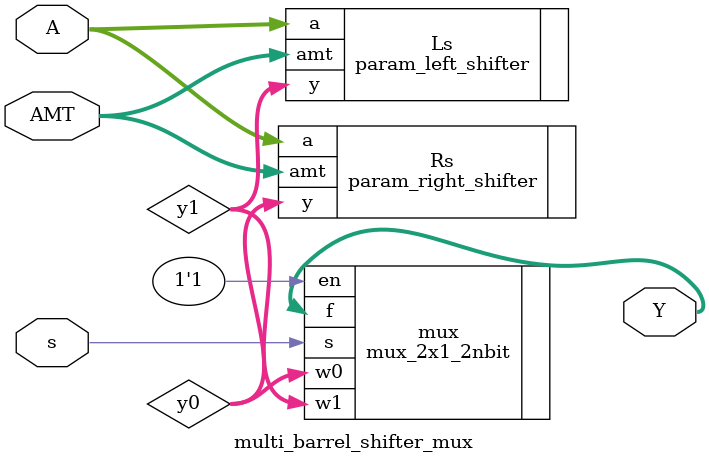
<source format=sv>
`timescale 1ns / 1ps


module multi_barrel_shifter_mux
    #(parameter N = 3)
    (
    input logic [2**N - 1:0] A,
    input logic [2:0] AMT,
    input logic s,
    output logic [2**N - 1:0] Y
    );
    
    //ouputs for right and left shifter to mux
    logic [2**N - 1:0] y0, y1;
    
    //instances of left and right shifter as well as mux
    param_right_shifter #(.N(N)) Rs (
        .a(A),
        .amt(AMT),
        .y(y0)
    );
        
     param_left_shifter #(.N(N)) Ls (
        .a(A),
        .amt(AMT),
        .y(y1)
    );   
        
     mux_2x1_2nbit #(.N(N)) mux (
        .w0(y0),
        .w1(y1),
        .s(s),
        .en(1'b1),
        .f(Y)
    );       
endmodule

</source>
